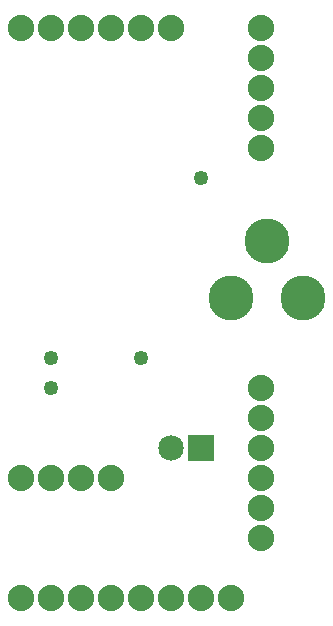
<source format=gts>
G04 MADE WITH FRITZING*
G04 WWW.FRITZING.ORG*
G04 DOUBLE SIDED*
G04 HOLES PLATED*
G04 CONTOUR ON CENTER OF CONTOUR VECTOR*
%ASAXBY*%
%FSLAX23Y23*%
%MOIN*%
%OFA0B0*%
%SFA1.0B1.0*%
%ADD10C,0.088000*%
%ADD11C,0.049370*%
%ADD12C,0.085000*%
%ADD13C,0.150000*%
%ADD14R,0.085000X0.085000*%
%LNMASK1*%
G90*
G70*
G54D10*
X920Y2000D03*
X920Y1900D03*
X920Y1800D03*
X920Y1700D03*
X920Y1600D03*
G54D11*
X520Y900D03*
X720Y1500D03*
X220Y800D03*
X220Y900D03*
G54D10*
X120Y500D03*
X220Y500D03*
X320Y500D03*
X420Y500D03*
G54D12*
X720Y600D03*
X620Y600D03*
G54D10*
X120Y2000D03*
X220Y2000D03*
X320Y2000D03*
X420Y2000D03*
X520Y2000D03*
X620Y2000D03*
X820Y100D03*
X720Y100D03*
X620Y100D03*
X520Y100D03*
X420Y100D03*
X320Y100D03*
X220Y100D03*
X120Y100D03*
G54D13*
X820Y1100D03*
X1060Y1100D03*
X940Y1290D03*
G54D10*
X920Y800D03*
X920Y700D03*
X920Y600D03*
X920Y500D03*
X920Y400D03*
X920Y300D03*
G54D14*
X720Y600D03*
G04 End of Mask1*
M02*
</source>
